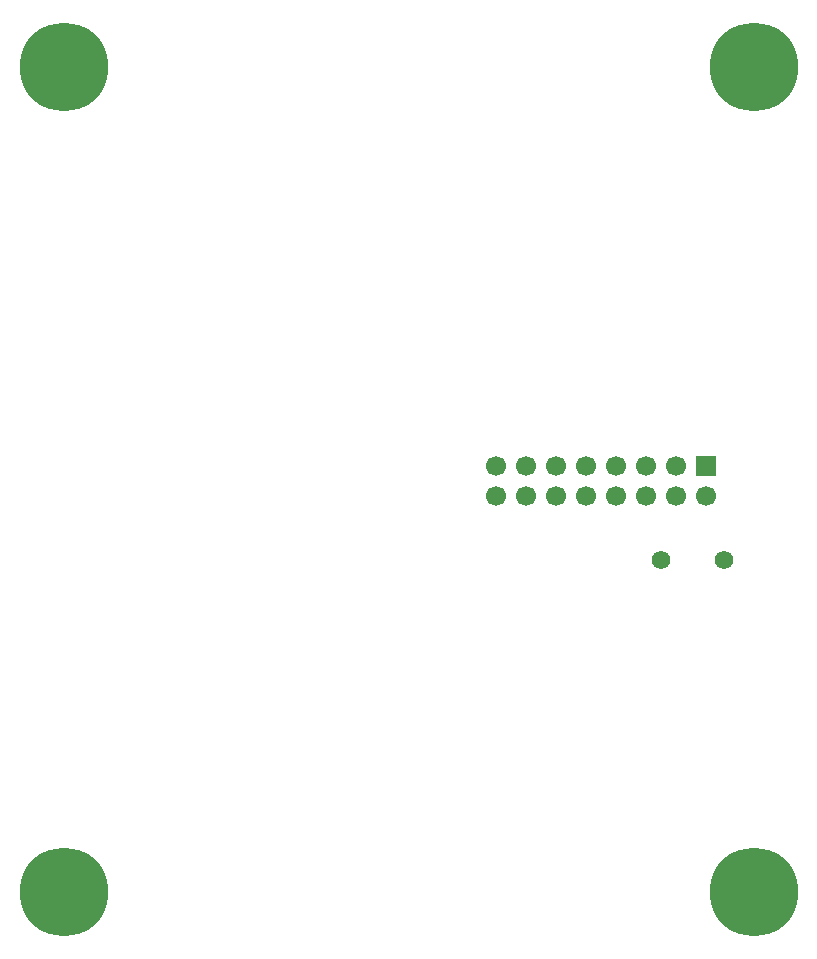
<source format=gbr>
%TF.GenerationSoftware,KiCad,Pcbnew,9.0.3-9.0.3-0~ubuntu24.04.1*%
%TF.CreationDate,2025-08-25T07:49:16-04:00*%
%TF.ProjectId,optical-carrier,6f707469-6361-46c2-9d63-617272696572,rev?*%
%TF.SameCoordinates,Original*%
%TF.FileFunction,Soldermask,Bot*%
%TF.FilePolarity,Negative*%
%FSLAX46Y46*%
G04 Gerber Fmt 4.6, Leading zero omitted, Abs format (unit mm)*
G04 Created by KiCad (PCBNEW 9.0.3-9.0.3-0~ubuntu24.04.1) date 2025-08-25 07:49:16*
%MOMM*%
%LPD*%
G01*
G04 APERTURE LIST*
%ADD10C,7.500000*%
%ADD11C,1.574800*%
%ADD12R,1.700000X1.700000*%
%ADD13C,1.700000*%
G04 APERTURE END LIST*
D10*
%TO.C,H4*%
X233676000Y-130817000D03*
%TD*%
%TO.C,H1*%
X175256000Y-60967000D03*
%TD*%
%TO.C,H3*%
X175256000Y-130817000D03*
%TD*%
%TO.C,H2*%
X233676000Y-60967000D03*
%TD*%
D11*
%TO.C,D4*%
X231154500Y-102757500D03*
X225820500Y-102757500D03*
%TD*%
D12*
%TO.C,J1*%
X229616000Y-94742000D03*
D13*
X229616000Y-97282000D03*
X227076000Y-94742000D03*
X227076000Y-97282000D03*
X224536000Y-94742000D03*
X224536000Y-97282000D03*
X221996000Y-94742000D03*
X221996000Y-97282000D03*
X219456000Y-94742000D03*
X219456000Y-97282000D03*
X216916000Y-94742000D03*
X216916000Y-97282000D03*
X214376000Y-94742000D03*
X214376000Y-97282000D03*
X211836000Y-94742000D03*
X211836000Y-97282000D03*
%TD*%
M02*

</source>
